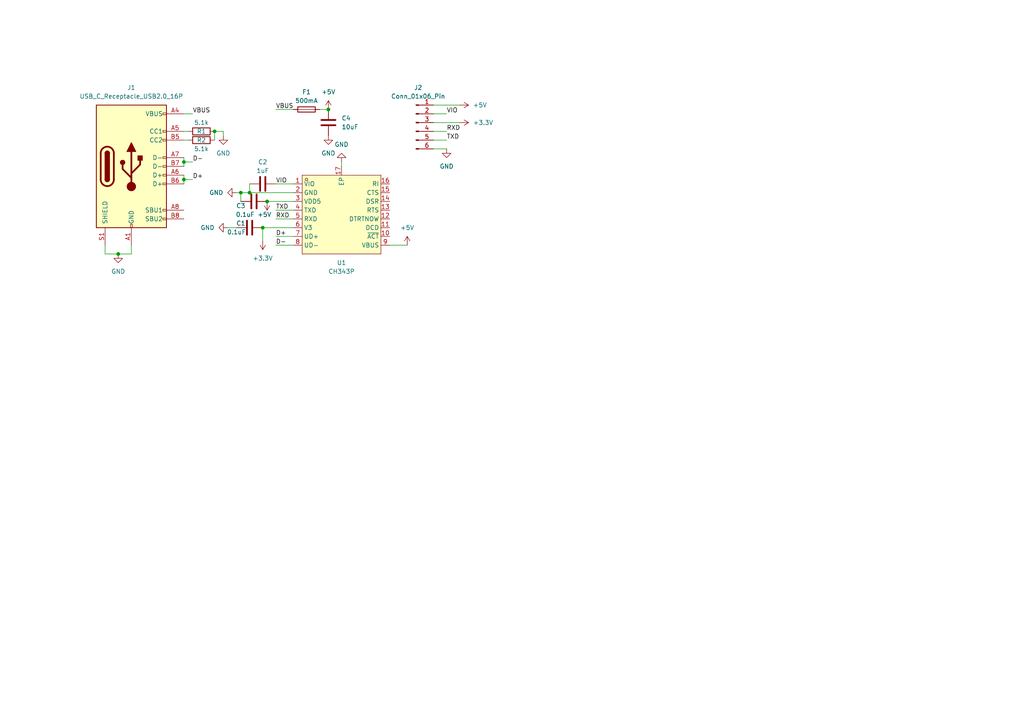
<source format=kicad_sch>
(kicad_sch (version 20230121) (generator eeschema)
  (paper "A4")
  (lib_symbols
    (symbol "Connector:Conn_01x06_Pin" (pin_names (offset 1.016) hide)
      (property "Reference" "J" (at 0 7.62 0))
      (property "Value" "Conn_01x06_Pin" (at 0 -10.16 0))
      (symbol "Conn_01x06_Pin_1_1"
        (polyline (pts (xy 1.27 -7.62) (xy 0.8636 -7.62)) (stroke (width 0.1524)))
        (polyline (pts (xy 1.27 -5.08) (xy 0.8636 -5.08)) (stroke (width 0.1524)))
        (polyline (pts (xy 1.27 -2.54) (xy 0.8636 -2.54)) (stroke (width 0.1524)))
        (polyline (pts (xy 1.27 0) (xy 0.8636 0)) (stroke (width 0.1524)))
        (polyline (pts (xy 1.27 2.54) (xy 0.8636 2.54)) (stroke (width 0.1524)))
        (polyline (pts (xy 1.27 5.08) (xy 0.8636 5.08)) (stroke (width 0.1524)))
        (rectangle (start 0.8636 -7.493) (end 0 -7.747) (stroke (width 0.1524)) (fill (type outline)))
        (rectangle (start 0.8636 -4.953) (end 0 -5.207) (stroke (width 0.1524)) (fill (type outline)))
        (rectangle (start 0.8636 -2.413) (end 0 -2.667) (stroke (width 0.1524)) (fill (type outline)))
        (rectangle (start 0.8636 0.127) (end 0 -0.127) (stroke (width 0.1524)) (fill (type outline)))
        (rectangle (start 0.8636 2.667) (end 0 2.413) (stroke (width 0.1524)) (fill (type outline)))
        (rectangle (start 0.8636 5.207) (end 0 4.953) (stroke (width 0.1524)) (fill (type outline)))
        (pin passive line (at 5.08 5.08 180) (length 3.81) (name "Pin_1") (number "1"))
        (pin passive line (at 5.08 2.54 180) (length 3.81) (name "Pin_2") (number "2"))
        (pin passive line (at 5.08 0 180) (length 3.81) (name "Pin_3") (number "3"))
        (pin passive line (at 5.08 -2.54 180) (length 3.81) (name "Pin_4") (number "4"))
        (pin passive line (at 5.08 -5.08 180) (length 3.81) (name "Pin_5") (number "5"))
        (pin passive line (at 5.08 -7.62 180) (length 3.81) (name "Pin_6") (number "6"))
      )
    )
    (symbol "Connector:USB_C_Receptacle_USB2.0_16P" (pin_names (offset 1.016))
      (property "Reference" "J" (at 0 22.225 0))
      (property "Value" "USB_C_Receptacle_USB2.0_16P" (at 0 19.685 0))
      (symbol "USB_C_Receptacle_USB2.0_16P_0_0"
        (rectangle (start -0.254 -17.78) (end 0.254 -16.764))
        (rectangle (start 10.16 -14.986) (end 9.144 -15.494))
        (rectangle (start 10.16 -12.446) (end 9.144 -12.954))
        (rectangle (start 10.16 -4.826) (end 9.144 -5.334))
        (rectangle (start 10.16 -2.286) (end 9.144 -2.794))
        (rectangle (start 10.16 0.254) (end 9.144 -0.254))
        (rectangle (start 10.16 2.794) (end 9.144 2.286))
        (rectangle (start 10.16 7.874) (end 9.144 7.366))
        (rectangle (start 10.16 10.414) (end 9.144 9.906))
        (rectangle (start 10.16 15.494) (end 9.144 14.986))
      )
      (symbol "USB_C_Receptacle_USB2.0_16P_0_1"
        (rectangle (start -10.16 17.78) (end 10.16 -17.78) (stroke (width 0.254)) (fill (type background)))
        (arc (start -8.89 -3.81) (mid -6.985 -5.7067) (end -5.08 -3.81) (stroke (width 0.508)))
        (arc (start -7.62 -3.81) (mid -6.985 -4.4423) (end -6.35 -3.81) (stroke (width 0.254)))
        (arc (start -7.62 -3.81) (mid -6.985 -4.4423) (end -6.35 -3.81) (stroke (width 0.254)) (fill (type outline)))
        (rectangle (start -7.62 -3.81) (end -6.35 3.81) (stroke (width 0.254)) (fill (type outline)))
        (arc (start -6.35 3.81) (mid -6.985 4.4423) (end -7.62 3.81) (stroke (width 0.254)))
        (arc (start -6.35 3.81) (mid -6.985 4.4423) (end -7.62 3.81) (stroke (width 0.254)) (fill (type outline)))
        (arc (start -5.08 3.81) (mid -6.985 5.7067) (end -8.89 3.81) (stroke (width 0.508)))
        (circle (center -2.54 1.143) (radius 0.635) (stroke (width 0.254)) (fill (type outline)))
        (circle (center 0 -5.842) (radius 1.27) (fill (type outline)))
        (polyline (pts (xy -8.89 -3.81) (xy -8.89 3.81)) (stroke (width 0.508)))
        (polyline (pts (xy -5.08 3.81) (xy -5.08 -3.81)) (stroke (width 0.508)))
        (polyline (pts (xy 0 -5.842) (xy 0 4.318)) (stroke (width 0.508)))
        (polyline (pts (xy 0 -3.302) (xy -2.54 -0.762) (xy -2.54 0.508)) (stroke (width 0.508)))
        (polyline (pts (xy 0 -2.032) (xy 2.54 0.508) (xy 2.54 1.778)) (stroke (width 0.508)))
        (polyline (pts (xy -1.27 4.318) (xy 0 6.858) (xy 1.27 4.318) (xy -1.27 4.318)) (stroke (width 0.254)) (fill (type outline)))
        (rectangle (start 1.905 1.778) (end 3.175 3.048) (stroke (width 0.254)) (fill (type outline)))
      )
      (symbol "USB_C_Receptacle_USB2.0_16P_1_1"
        (pin passive line (at 0 -22.86 90) (length 5.08) (name "GND") (number "A1"))
        (pin passive line (at 0 -22.86 90) (length 5.08) hide (name "GND") (number "A12"))
        (pin passive line (at 15.24 15.24 180) (length 5.08) (name "VBUS") (number "A4"))
        (pin bidirectional line (at 15.24 10.16 180) (length 5.08) (name "CC1") (number "A5"))
        (pin bidirectional line (at 15.24 -2.54 180) (length 5.08) (name "D+") (number "A6"))
        (pin bidirectional line (at 15.24 2.54 180) (length 5.08) (name "D-") (number "A7"))
        (pin bidirectional line (at 15.24 -12.7 180) (length 5.08) (name "SBU1") (number "A8"))
        (pin passive line (at 15.24 15.24 180) (length 5.08) hide (name "VBUS") (number "A9"))
        (pin passive line (at 0 -22.86 90) (length 5.08) hide (name "GND") (number "B1"))
        (pin passive line (at 0 -22.86 90) (length 5.08) hide (name "GND") (number "B12"))
        (pin passive line (at 15.24 15.24 180) (length 5.08) hide (name "VBUS") (number "B4"))
        (pin bidirectional line (at 15.24 7.62 180) (length 5.08) (name "CC2") (number "B5"))
        (pin bidirectional line (at 15.24 -5.08 180) (length 5.08) (name "D+") (number "B6"))
        (pin bidirectional line (at 15.24 0 180) (length 5.08) (name "D-") (number "B7"))
        (pin bidirectional line (at 15.24 -15.24 180) (length 5.08) (name "SBU2") (number "B8"))
        (pin passive line (at 15.24 15.24 180) (length 5.08) hide (name "VBUS") (number "B9"))
        (pin passive line (at -7.62 -22.86 90) (length 5.08) (name "SHIELD") (number "S1"))
      )
    )
    (symbol "Device:C" (pin_numbers hide) (pin_names (offset 0.254))
      (property "Reference" "C" (at 0.635 2.54 0))
      (property "Value" "C" (at 0.635 -2.54 0))
      (symbol "C_0_1"
        (polyline (pts (xy -2.032 -0.762) (xy 2.032 -0.762)) (stroke (width 0.508)))
        (polyline (pts (xy -2.032 0.762) (xy 2.032 0.762)) (stroke (width 0.508)))
      )
      (symbol "C_1_1"
        (pin passive line (at 0 3.81 270) (length 2.794) (name "~") (number "1"))
        (pin passive line (at 0 -3.81 90) (length 2.794) (name "~") (number "2"))
      )
    )
    (symbol "Device:Fuse" (pin_numbers hide) (pin_names (offset 0))
      (property "Reference" "F" (at 2.032 0 90))
      (property "Value" "Fuse" (at -1.905 0 90))
      (symbol "Fuse_0_1"
        (rectangle (start -0.762 -2.54) (end 0.762 2.54) (stroke (width 0.254)))
        (polyline (pts (xy 0 2.54) (xy 0 -2.54)))
      )
      (symbol "Fuse_1_1"
        (pin passive line (at 0 3.81 270) (length 1.27) (name "~") (number "1"))
        (pin passive line (at 0 -3.81 90) (length 1.27) (name "~") (number "2"))
      )
    )
    (symbol "Device:R" (pin_numbers hide) (pin_names (offset 0))
      (property "Reference" "R" (at 2.032 0 90))
      (property "Value" "R" (at 0 0 90))
      (symbol "R_0_1"
        (rectangle (start -1.016 -2.54) (end 1.016 2.54) (stroke (width 0.254)))
      )
      (symbol "R_1_1"
        (pin passive line (at 0 3.81 270) (length 1.27) (name "~") (number "1"))
        (pin passive line (at 0 -3.81 90) (length 1.27) (name "~") (number "2"))
      )
    )
    (symbol "WCH:CH343P"
      (property "Reference" "U" (at 0 19.05 0))
      (property "Value" "CH343P" (at 0 -13.97 0))
      (symbol "CH343P_0_1"
        (rectangle (start -11.43 11.43) (end 11.43 -11.43) (fill (type background)))
        (circle (center -10.16 10.16) (radius 0.38))
      )
      (symbol "CH343P_1_1"
        (pin power_in line (at -13.97 8.89 0) (length 2.54) (name "VIO") (number "1"))
        (pin output line (at 13.97 -6.35 180) (length 2.54) (name "~{ACT}") (number "10"))
        (pin input line (at 13.97 -3.81 180) (length 2.54) (name "DCD") (number "11"))
        (pin output line (at 13.97 -1.27 180) (length 2.54) (name "DTRTNOW") (number "12"))
        (pin output line (at 13.97 1.27 180) (length 2.54) (name "RTS") (number "13"))
        (pin input line (at 13.97 3.81 180) (length 2.54) (name "DSR") (number "14"))
        (pin input line (at 13.97 6.35 180) (length 2.54) (name "CTS") (number "15"))
        (pin input line (at 13.97 8.89 180) (length 2.54) (name "RI") (number "16"))
        (pin power_in line (at 0 13.97 270) (length 2.54) (name "EP") (number "17"))
        (pin power_in line (at -13.97 6.35 0) (length 2.54) (name "GND") (number "2"))
        (pin power_in line (at -13.97 3.81 0) (length 2.54) (name "VDD5") (number "3"))
        (pin power_out line (at -13.97 1.27 0) (length 2.54) (name "TXD") (number "4"))
        (pin input line (at -13.97 -1.27 0) (length 2.54) (name "RXD") (number "5"))
        (pin power_out line (at -13.97 -3.81 0) (length 2.54) (name "V3") (number "6"))
        (pin bidirectional line (at -13.97 -6.35 0) (length 2.54) (name "UD+") (number "7"))
        (pin bidirectional line (at -13.97 -8.89 0) (length 2.54) (name "UD-") (number "8"))
        (pin input line (at 13.97 -8.89 180) (length 2.54) (name "VBUS") (number "9"))
      )
    )
    (symbol "power:+3.3V" (power) (pin_names (offset 0))
      (property "Value" "+3.3V" (at 0 3.556 0))
      (symbol "+3.3V_0_1"
        (polyline (pts (xy -0.762 1.27) (xy 0 2.54)))
        (polyline (pts (xy 0 0) (xy 0 2.54)))
        (polyline (pts (xy 0 2.54) (xy 0.762 1.27)))
      )
      (symbol "+3.3V_1_1"
        (pin power_in line (at 0 0 90) (length 0) hide (name "+3.3V") (number "1"))
      )
    )
    (symbol "power:+5V" (power) (pin_names (offset 0))
      (property "Value" "+5V" (at 0 3.556 0))
      (symbol "+5V_0_1"
        (polyline (pts (xy -0.762 1.27) (xy 0 2.54)))
        (polyline (pts (xy 0 0) (xy 0 2.54)))
        (polyline (pts (xy 0 2.54) (xy 0.762 1.27)))
      )
      (symbol "+5V_1_1"
        (pin power_in line (at 0 0 90) (length 0) hide (name "+5V") (number "1"))
      )
    )
    (symbol "power:GND" (power) (pin_names (offset 0))
      (property "Value" "GND" (at 0 -3.81 0))
      (symbol "GND_0_1"
        (polyline (pts (xy 0 0) (xy 0 -1.27) (xy 1.27 -1.27) (xy 0 -2.54) (xy -1.27 -1.27) (xy 0 -1.27)))
      )
      (symbol "GND_1_1"
        (pin power_in line (at 0 0 270) (length 0) hide (name "GND") (number "1"))
      )
    )
  )
  (junction (at 76.2 66.04))
  (junction (at 69.85 55.88))
  (junction (at 34.29 73.66))
  (junction (at 53.34 46.99))
  (junction (at 72.39 55.88))
  (junction (at 62.23 38.1))
  (junction (at 77.47 58.42))
  (junction (at 53.34 52.07))
  (junction (at 95.25 31.75))
  (wire (pts (xy 64.77 38.1) (xy 64.77 39.37)))
  (wire (pts (xy 80.01 68.58) (xy 85.09 68.58)))
  (wire (pts (xy 30.48 73.66) (xy 34.29 73.66)))
  (wire (pts (xy 80.01 63.5) (xy 85.09 63.5)))
  (wire (pts (xy 69.85 55.88) (xy 72.39 55.88)))
  (wire (pts (xy 53.34 33.02) (xy 55.88 33.02)))
  (wire (pts (xy 76.2 66.04) (xy 85.09 66.04)))
  (wire (pts (xy 38.1 73.66) (xy 34.29 73.66)))
  (wire (pts (xy 53.34 46.99) (xy 55.88 46.99)))
  (wire (pts (xy 53.34 52.07) (xy 53.34 53.34)))
  (wire (pts (xy 77.47 58.42) (xy 85.09 58.42)))
  (wire (pts (xy 92.71 31.75) (xy 95.25 31.75)))
  (wire (pts (xy 125.73 38.1) (xy 129.54 38.1)))
  (wire (pts (xy 80.01 53.34) (xy 85.09 53.34)))
  (wire (pts (xy 53.34 52.07) (xy 55.88 52.07)))
  (wire (pts (xy 80.01 60.96) (xy 85.09 60.96)))
  (wire (pts (xy 69.85 55.88) (xy 69.85 58.42)))
  (wire (pts (xy 62.23 38.1) (xy 62.23 40.64)))
  (wire (pts (xy 76.2 66.04) (xy 76.2 69.85)))
  (wire (pts (xy 68.58 55.88) (xy 69.85 55.88)))
  (wire (pts (xy 53.34 50.8) (xy 53.34 52.07)))
  (wire (pts (xy 125.73 30.48) (xy 133.35 30.48)))
  (wire (pts (xy 125.73 40.64) (xy 129.54 40.64)))
  (wire (pts (xy 66.04 66.04) (xy 68.58 66.04)))
  (wire (pts (xy 125.73 33.02) (xy 129.54 33.02)))
  (wire (pts (xy 62.23 38.1) (xy 64.77 38.1)))
  (wire (pts (xy 99.06 46.99) (xy 99.06 48.26)))
  (wire (pts (xy 113.03 71.12) (xy 118.11 71.12)))
  (wire (pts (xy 80.01 31.75) (xy 85.09 31.75)))
  (wire (pts (xy 53.34 46.99) (xy 53.34 48.26)))
  (wire (pts (xy 53.34 45.72) (xy 53.34 46.99)))
  (wire (pts (xy 38.1 71.12) (xy 38.1 73.66)))
  (wire (pts (xy 30.48 71.12) (xy 30.48 73.66)))
  (wire (pts (xy 80.01 71.12) (xy 85.09 71.12)))
  (wire (pts (xy 53.34 38.1) (xy 54.61 38.1)))
  (wire (pts (xy 125.73 43.18) (xy 129.54 43.18)))
  (wire (pts (xy 53.34 40.64) (xy 54.61 40.64)))
  (wire (pts (xy 72.39 53.34) (xy 72.39 55.88)))
  (wire (pts (xy 72.39 55.88) (xy 85.09 55.88)))
  (wire (pts (xy 125.73 35.56) (xy 133.35 35.56)))
  (label "RXD" (at 80.01 63.5 0))
  (label "VBUS" (at 55.88 33.02 0))
  (label "D+" (at 80.01 68.58 0))
  (label "D+" (at 55.88 52.07 0))
  (label "VIO" (at 129.54 33.02 0))
  (label "TXD" (at 80.01 60.96 0))
  (label "D-" (at 55.88 46.99 0))
  (label "VBUS" (at 80.01 31.75 0))
  (label "D-" (at 80.01 71.12 0))
  (label "RXD" (at 129.54 38.1 0))
  (label "TXD" (at 129.54 40.64 0))
  (label "VIO" (at 80.01 53.34 0))
  (symbol (lib_id "power:GND") (at 129.54 43.18 0) (unit 1)
    (property "Reference" "#PWR012" (effects hide))
    (property "Value" "GND" (at 129.54 48.26 0))
  )
  (symbol (lib_id "power:+5V") (at 95.25 31.75 0) (unit 1)
    (property "Reference" "#PWR03" (effects hide))
    (property "Value" "+5V" (at 95.25 26.67 0))
  )
  (symbol (lib_id "power:GND") (at 99.06 46.99 180) (unit 1)
    (property "Reference" "#PWR07" (effects hide))
    (property "Value" "GND" (at 99.06 41.91 0))
  )
  (symbol (lib_id "Device:C") (at 73.66 58.42 90) (unit 1)
    (property "Reference" "C3" (at 69.85 59.69 90))
    (property "Value" "0.1uF" (at 71.12 62.23 90))
    (property "Footprint" "Capacitor_SMD:C_0805_2012Metric" (effects hide))
  )
  (symbol (lib_id "power:+5V") (at 133.35 30.48 270) (unit 1)
    (property "Reference" "#PWR09" (effects hide))
    (property "Value" "+5V" (at 137.16 30.48 90) (effects (justify left)))
  )
  (symbol (lib_id "power:GND") (at 64.77 39.37 0) (unit 1)
    (property "Reference" "#PWR02" (effects hide))
    (property "Value" "GND" (at 64.77 44.45 0))
  )
  (symbol (lib_id "power:GND") (at 68.58 55.88 270) (unit 1)
    (property "Reference" "#PWR04" (effects hide))
    (property "Value" "GND" (at 64.77 55.88 90) (effects (justify right)))
  )
  (symbol (lib_id "WCH:CH343P") (at 99.06 62.23 0) (unit 1)
    (property "Reference" "U1" (at 99.06 76.2 0))
    (property "Value" "CH343P" (at 99.06 78.74 0))
    (property "Footprint" "WCH:TQFN-16_L3.0-W3.0-P0.50-BL-EP1.7" (effects hide))
    (property "LCSC Part" "C2846043" (effects hide))
  )
  (symbol (lib_id "power:GND") (at 34.29 73.66 0) (unit 1)
    (property "Reference" "#PWR01" (effects hide))
    (property "Value" "GND" (at 34.29 78.74 0))
  )
  (symbol (lib_id "Connector:Conn_01x06_Pin") (at 120.65 35.56 0) (unit 1)
    (property "Reference" "J2" (at 121.285 25.4 0))
    (property "Value" "Conn_01x06_Pin" (at 121.285 27.94 0))
    (property "Footprint" "Connector_PinHeader_2.54mm:PinHeader_1x06_P2.54mm_Horizontal" (effects hide))
  )
  (symbol (lib_id "Device:C") (at 76.2 53.34 90) (unit 1)
    (property "Reference" "C2" (at 76.2 46.99 90))
    (property "Value" "1uF" (at 76.2 49.53 90))
    (property "Footprint" "Capacitor_SMD:C_0805_2012Metric" (effects hide))
  )
  (symbol (lib_id "Connector:USB_C_Receptacle_USB2.0_16P") (at 38.1 48.26 0) (unit 1)
    (property "Reference" "J1" (at 38.1 25.4 0))
    (property "Value" "USB_C_Receptacle_USB2.0_16P" (at 38.1 27.94 0))
    (property "Footprint" "Connector_USB:USB_C_Receptacle_HRO_TYPE-C-31-M-12" (effects hide))
    (property "Datasheet" "https://www.usb.org/sites/default/files/documents/usb_type-c.zip" (effects hide))
  )
  (symbol (lib_id "power:+3.3V") (at 133.35 35.56 270) (unit 1)
    (property "Reference" "#PWR011" (effects hide))
    (property "Value" "+3.3V" (at 137.16 35.56 90) (effects (justify left)))
  )
  (symbol (lib_id "Device:C") (at 72.39 66.04 270) (unit 1)
    (property "Reference" "C1" (at 69.85 64.77 90))
    (property "Value" "0.1uF" (at 68.58 67.31 90))
    (property "Footprint" "Capacitor_SMD:C_0805_2012Metric" (effects hide))
  )
  (symbol (lib_id "Device:R") (at 58.42 40.64 90) (unit 1)
    (property "Reference" "R2" (at 58.42 40.64 90))
    (property "Value" "5.1k" (at 58.42 43.18 90))
    (property "Footprint" "Resistor_SMD:R_0805_2012Metric" (effects hide))
  )
  (symbol (lib_id "Device:C") (at 95.25 35.56 0) (unit 1)
    (property "Reference" "C4" (at 99.06 34.29 0) (effects (justify left)))
    (property "Value" "10uF" (at 99.06 36.83 0) (effects (justify left)))
    (property "Footprint" "Capacitor_SMD:C_0805_2012Metric" (effects hide))
  )
  (symbol (lib_id "Device:Fuse") (at 88.9 31.75 90) (unit 1)
    (property "Reference" "F1" (at 88.9 26.67 90))
    (property "Value" "500mA" (at 88.9 29.21 90))
    (property "Footprint" "Fuse:Fuse_1206_3216Metric" (effects hide))
  )
  (symbol (lib_id "power:+3.3V") (at 76.2 69.85 180) (unit 1)
    (property "Reference" "#PWR010" (effects hide))
    (property "Value" "+3.3V" (at 76.2 74.93 0))
  )
  (symbol (lib_id "power:GND") (at 95.25 39.37 0) (unit 1)
    (property "Reference" "#PWR013" (effects hide))
    (property "Value" "GND" (at 95.25 44.45 0))
  )
  (symbol (lib_id "power:+5V") (at 118.11 71.12 0) (unit 1)
    (property "Reference" "#PWR08" (effects hide))
    (property "Value" "+5V" (at 118.11 66.04 0))
  )
  (symbol (lib_id "power:GND") (at 66.04 66.04 270) (unit 1)
    (property "Reference" "#PWR06" (effects hide))
    (property "Value" "GND" (at 62.23 66.04 90) (effects (justify right)))
  )
  (symbol (lib_id "Device:R") (at 58.42 38.1 90) (unit 1)
    (property "Reference" "R1" (at 58.42 38.1 90))
    (property "Value" "5.1k" (at 58.42 35.56 90))
    (property "Footprint" "Resistor_SMD:R_0805_2012Metric" (effects hide))
  )
  (symbol (lib_id "power:+5V") (at 77.47 58.42 180) (unit 1)
    (property "Reference" "#PWR05" (effects hide))
    (property "Value" "+5V" (at 78.74 62.23 0) (effects (justify left)))
  )
)
</source>
